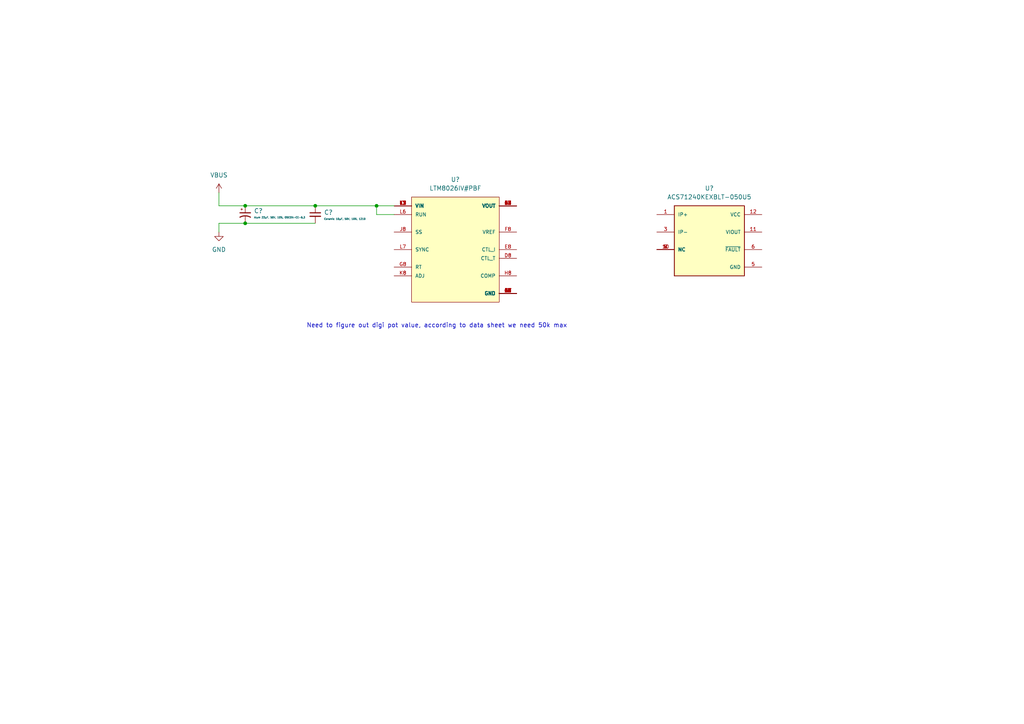
<source format=kicad_sch>
(kicad_sch (version 20211123) (generator eeschema)
  (paper "A4")
  (lib_symbols
    (symbol "ACS71240KEXBLT-050U5:ACS71240KEXBLT-050U5" (pin_names (offset 1.016))
      (property "Reference" "U" (at -10.16 10.668 0))
      (property "Value" "ACS71240KEXBLT-050U5" (at -10.16 -12.7 0))
      (symbol "ACS71240KEXBLT-050U5_0_0"
        (rectangle (start -10.16 -10.16) (end 10.16 10.16) (stroke (width 0.254)) (fill (type background)))
        (pin input line (at -15.24 7.62 0) (length 5.08) (name "IP+") (number "1"))
        (pin passive line (at -15.24 -2.54 0) (length 5.08) (name "NC") (number "10"))
        (pin output line (at 15.24 2.54 180) (length 5.08) (name "VIOUT") (number "11"))
        (pin power_in line (at 15.24 7.62 180) (length 5.08) (name "VCC") (number "12"))
        (pin input line (at -15.24 2.54 0) (length 5.08) (name "IP-") (number "3"))
        (pin power_in line (at 15.24 -7.62 180) (length 5.08) (name "GND") (number "5"))
        (pin passive line (at 15.24 -2.54 180) (length 5.08) (name "~{FAULT}") (number "6"))
        (pin passive line (at -15.24 -2.54 0) (length 5.08) (name "NC") (number "7"))
        (pin passive line (at -15.24 -2.54 0) (length 5.08) (name "NC") (number "8"))
        (pin passive line (at -15.24 -2.54 0) (length 5.08) (name "NC") (number "9"))
      )
    )
    (symbol "Device:C_Polarized_Small_US" (pin_numbers hide) (pin_names (offset 0.254) hide)
      (property "Reference" "C" (at 0.254 1.778 0))
      (property "Value" "C_Polarized_Small_US" (at 0.254 -2.032 0))
      (symbol "C_Polarized_Small_US_0_1"
        (polyline (pts (xy -1.524 0.508) (xy 1.524 0.508)) (stroke (width 0.3048)))
        (polyline (pts (xy -1.27 1.524) (xy -0.762 1.524)))
        (polyline (pts (xy -1.016 1.27) (xy -1.016 1.778)))
        (arc (start 1.524 -0.762) (mid 0 -0.3734) (end -1.524 -0.762) (stroke (width 0.3048)))
      )
      (symbol "C_Polarized_Small_US_1_1"
        (pin passive line (at 0 2.54 270) (length 2.032) (name "~") (number "1"))
        (pin passive line (at 0 -2.54 90) (length 2.032) (name "~") (number "2"))
      )
    )
    (symbol "Device:C_Small" (pin_numbers hide) (pin_names (offset 0.254) hide)
      (property "Reference" "C" (at 0.254 1.778 0))
      (property "Value" "C_Small" (at 0.254 -2.032 0))
      (symbol "C_Small_0_1"
        (polyline (pts (xy -1.524 -0.508) (xy 1.524 -0.508)) (stroke (width 0.3302)))
        (polyline (pts (xy -1.524 0.508) (xy 1.524 0.508)) (stroke (width 0.3048)))
      )
      (symbol "C_Small_1_1"
        (pin passive line (at 0 2.54 270) (length 2.032) (name "~") (number "1"))
        (pin passive line (at 0 -2.54 90) (length 2.032) (name "~") (number "2"))
      )
    )
    (symbol "LTM8026IV_PBF:LTM8026IV#PBF" (pin_names (offset 1.016))
      (property "Reference" "U" (at -12.7 16.002 0))
      (property "Value" "LTM8026IV#PBF" (at -12.7 -17.78 0))
      (symbol "LTM8026IV#PBF_0_0"
        (rectangle (start -12.7 -15.24) (end 12.7 15.24) (stroke (width 0.1524)) (fill (type background)))
        (pin output line (at 17.78 12.7 180) (length 5.08) (name "VOUT") (number "A1"))
        (pin output line (at 17.78 12.7 180) (length 5.08) (name "VOUT") (number "A2"))
        (pin output line (at 17.78 12.7 180) (length 5.08) (name "VOUT") (number "A3"))
        (pin output line (at 17.78 12.7 180) (length 5.08) (name "VOUT") (number "A4"))
        (pin power_in line (at 17.78 -12.7 180) (length 5.08) (name "GND") (number "A5"))
        (pin power_in line (at 17.78 -12.7 180) (length 5.08) (name "GND") (number "A6"))
        (pin power_in line (at 17.78 -12.7 180) (length 5.08) (name "GND") (number "A7"))
        (pin power_in line (at 17.78 -12.7 180) (length 5.08) (name "GND") (number "A8"))
        (pin output line (at 17.78 12.7 180) (length 5.08) (name "VOUT") (number "B1"))
        (pin output line (at 17.78 12.7 180) (length 5.08) (name "VOUT") (number "B2"))
        (pin output line (at 17.78 12.7 180) (length 5.08) (name "VOUT") (number "B3"))
        (pin output line (at 17.78 12.7 180) (length 5.08) (name "VOUT") (number "B4"))
        (pin power_in line (at 17.78 -12.7 180) (length 5.08) (name "GND") (number "B5"))
        (pin power_in line (at 17.78 -12.7 180) (length 5.08) (name "GND") (number "B6"))
        (pin power_in line (at 17.78 -12.7 180) (length 5.08) (name "GND") (number "B7"))
        (pin power_in line (at 17.78 -12.7 180) (length 5.08) (name "GND") (number "B8"))
        (pin output line (at 17.78 12.7 180) (length 5.08) (name "VOUT") (number "C1"))
        (pin output line (at 17.78 12.7 180) (length 5.08) (name "VOUT") (number "C2"))
        (pin output line (at 17.78 12.7 180) (length 5.08) (name "VOUT") (number "C3"))
        (pin output line (at 17.78 12.7 180) (length 5.08) (name "VOUT") (number "C4"))
        (pin power_in line (at 17.78 -12.7 180) (length 5.08) (name "GND") (number "C5"))
        (pin power_in line (at 17.78 -12.7 180) (length 5.08) (name "GND") (number "C6"))
        (pin power_in line (at 17.78 -12.7 180) (length 5.08) (name "GND") (number "C7"))
        (pin power_in line (at 17.78 -12.7 180) (length 5.08) (name "GND") (number "C8"))
        (pin output line (at 17.78 12.7 180) (length 5.08) (name "VOUT") (number "D1"))
        (pin output line (at 17.78 12.7 180) (length 5.08) (name "VOUT") (number "D2"))
        (pin output line (at 17.78 12.7 180) (length 5.08) (name "VOUT") (number "D3"))
        (pin output line (at 17.78 12.7 180) (length 5.08) (name "VOUT") (number "D4"))
        (pin power_in line (at 17.78 -12.7 180) (length 5.08) (name "GND") (number "D5"))
        (pin power_in line (at 17.78 -12.7 180) (length 5.08) (name "GND") (number "D6"))
        (pin power_in line (at 17.78 -12.7 180) (length 5.08) (name "GND") (number "D7"))
        (pin passive line (at 17.78 -2.54 180) (length 5.08) (name "CTL_T") (number "D8"))
        (pin power_in line (at 17.78 -12.7 180) (length 5.08) (name "GND") (number "E1"))
        (pin power_in line (at 17.78 -12.7 180) (length 5.08) (name "GND") (number "E2"))
        (pin power_in line (at 17.78 -12.7 180) (length 5.08) (name "GND") (number "E3"))
        (pin power_in line (at 17.78 -12.7 180) (length 5.08) (name "GND") (number "E4"))
        (pin power_in line (at 17.78 -12.7 180) (length 5.08) (name "GND") (number "E5"))
        (pin power_in line (at 17.78 -12.7 180) (length 5.08) (name "GND") (number "E6"))
        (pin power_in line (at 17.78 -12.7 180) (length 5.08) (name "GND") (number "E7"))
        (pin passive line (at 17.78 0 180) (length 5.08) (name "CTL_I") (number "E8"))
        (pin power_in line (at 17.78 -12.7 180) (length 5.08) (name "GND") (number "F1"))
        (pin power_in line (at 17.78 -12.7 180) (length 5.08) (name "GND") (number "F2"))
        (pin power_in line (at 17.78 -12.7 180) (length 5.08) (name "GND") (number "F3"))
        (pin power_in line (at 17.78 -12.7 180) (length 5.08) (name "GND") (number "F4"))
        (pin power_in line (at 17.78 -12.7 180) (length 5.08) (name "GND") (number "F5"))
        (pin power_in line (at 17.78 -12.7 180) (length 5.08) (name "GND") (number "F6"))
        (pin power_in line (at 17.78 -12.7 180) (length 5.08) (name "GND") (number "F7"))
        (pin bidirectional line (at 17.78 5.08 180) (length 5.08) (name "VREF") (number "F8"))
        (pin power_in line (at 17.78 -12.7 180) (length 5.08) (name "GND") (number "G1"))
        (pin power_in line (at 17.78 -12.7 180) (length 5.08) (name "GND") (number "G2"))
        (pin power_in line (at 17.78 -12.7 180) (length 5.08) (name "GND") (number "G3"))
        (pin power_in line (at 17.78 -12.7 180) (length 5.08) (name "GND") (number "G4"))
        (pin power_in line (at 17.78 -12.7 180) (length 5.08) (name "GND") (number "G5"))
        (pin power_in line (at 17.78 -12.7 180) (length 5.08) (name "GND") (number "G6"))
        (pin power_in line (at 17.78 -12.7 180) (length 5.08) (name "GND") (number "G7"))
        (pin input line (at -17.78 -5.08 0) (length 5.08) (name "RT") (number "G8"))
        (pin power_in line (at 17.78 -12.7 180) (length 5.08) (name "GND") (number "H5"))
        (pin power_in line (at 17.78 -12.7 180) (length 5.08) (name "GND") (number "H6"))
        (pin power_in line (at 17.78 -12.7 180) (length 5.08) (name "GND") (number "H7"))
        (pin passive line (at 17.78 -7.62 180) (length 5.08) (name "COMP") (number "H8"))
        (pin input line (at -17.78 12.7 0) (length 5.08) (name "VIN") (number "J1"))
        (pin input line (at -17.78 12.7 0) (length 5.08) (name "VIN") (number "J2"))
        (pin input line (at -17.78 12.7 0) (length 5.08) (name "VIN") (number "J3"))
        (pin power_in line (at 17.78 -12.7 180) (length 5.08) (name "GND") (number "J5"))
        (pin power_in line (at 17.78 -12.7 180) (length 5.08) (name "GND") (number "J6"))
        (pin power_in line (at 17.78 -12.7 180) (length 5.08) (name "GND") (number "J7"))
        (pin input line (at -17.78 5.08 0) (length 5.08) (name "SS") (number "J8"))
        (pin input line (at -17.78 12.7 0) (length 5.08) (name "VIN") (number "K1"))
        (pin input line (at -17.78 12.7 0) (length 5.08) (name "VIN") (number "K2"))
        (pin input line (at -17.78 12.7 0) (length 5.08) (name "VIN") (number "K3"))
        (pin power_in line (at 17.78 -12.7 180) (length 5.08) (name "GND") (number "K5"))
        (pin power_in line (at 17.78 -12.7 180) (length 5.08) (name "GND") (number "K6"))
        (pin power_in line (at 17.78 -12.7 180) (length 5.08) (name "GND") (number "K7"))
        (pin input line (at -17.78 -7.62 0) (length 5.08) (name "ADJ") (number "K8"))
        (pin input line (at -17.78 12.7 0) (length 5.08) (name "VIN") (number "L1"))
        (pin input line (at -17.78 12.7 0) (length 5.08) (name "VIN") (number "L2"))
        (pin input line (at -17.78 12.7 0) (length 5.08) (name "VIN") (number "L3"))
        (pin power_in line (at 17.78 -12.7 180) (length 5.08) (name "GND") (number "L5"))
        (pin input line (at -17.78 10.16 0) (length 5.08) (name "RUN") (number "L6"))
        (pin input line (at -17.78 0 0) (length 5.08) (name "SYNC") (number "L7"))
        (pin power_in line (at 17.78 -12.7 180) (length 5.08) (name "GND") (number "L8"))
      )
    )
    (symbol "power:GND" (power) (pin_names (offset 0))
      (property "Value" "GND" (at 0 -3.81 0))
      (symbol "GND_0_1"
        (polyline (pts (xy 0 0) (xy 0 -1.27) (xy 1.27 -1.27) (xy 0 -2.54) (xy -1.27 -1.27) (xy 0 -1.27)))
      )
      (symbol "GND_1_1"
        (pin power_in line (at 0 0 270) (length 0) hide (name "GND") (number "1"))
      )
    )
    (symbol "power:VBUS" (power) (pin_names (offset 0))
      (property "Value" "VBUS" (at 0 3.81 0))
      (symbol "VBUS_0_1"
        (polyline (pts (xy -0.762 1.27) (xy 0 2.54)))
        (polyline (pts (xy 0 0) (xy 0 2.54)))
        (polyline (pts (xy 0 2.54) (xy 0.762 1.27)))
      )
      (symbol "VBUS_1_1"
        (pin power_in line (at 0 0 90) (length 0) hide (name "VBUS") (number "1"))
      )
    )
  )
  (junction (at 109.22 59.69))
  (junction (at 91.44 59.69))
  (junction (at 71.12 59.69))
  (junction (at 71.12 64.77))
  (wire (pts (xy 71.12 59.69) (xy 63.5 59.69)))
  (wire (pts (xy 114.3 62.23) (xy 109.22 62.23)))
  (wire (pts (xy 109.22 59.69) (xy 114.3 59.69)))
  (wire (pts (xy 71.12 59.69) (xy 91.44 59.69)))
  (wire (pts (xy 91.44 59.69) (xy 109.22 59.69)))
  (wire (pts (xy 63.5 64.77) (xy 71.12 64.77)))
  (wire (pts (xy 63.5 59.69) (xy 63.5 55.88)))
  (wire (pts (xy 63.5 67.31) (xy 63.5 64.77)))
  (wire (pts (xy 71.12 64.77) (xy 91.44 64.77)))
  (wire (pts (xy 109.22 62.23) (xy 109.22 59.69)))
  (text "Need to figure out digi pot value, according to data sheet we need 50k max\n" (at 88.9 95.25 0) (effects (font (size 1.27 1.27)) (justify left bottom)))
  (symbol (lib_id "power:VBUS") (at 63.5 55.88 0) (unit 1)
    (property "Reference" "#PWR?" (effects hide))
    (property "Value" "VBUS" (at 63.5 50.8 0))
  )
  (symbol (lib_id "ACS71240KEXBLT-050U5:ACS71240KEXBLT-050U5") (at 205.74 69.85 0) (unit 1)
    (property "Reference" "U?" (at 205.74 54.61 0))
    (property "Value" "ACS71240KEXBLT-050U5" (at 205.74 57.15 0))
    (property "Footprint" "XDCR_ACS71240KEXBLT-050U5" (effects hide))
    (property "MAXIMUM_PACKAGE_HIEGHT" "0.8 MM" (effects hide))
    (property "MANUFACTURER" "Allegro MicroSystems" (effects hide))
    (property "PARTREV" "3" (effects hide))
    (property "STANDARD" "Manufacturer recommendations" (effects hide))
  )
  (symbol (lib_id "power:GND") (at 63.5 67.31 0) (unit 1)
    (property "Reference" "#PWR?" (effects hide))
    (property "Value" "GND" (at 63.5 72.39 0))
  )
  (symbol (lib_id "LTM8026IV_PBF:LTM8026IV#PBF") (at 132.08 72.39 0) (unit 1)
    (property "Reference" "U?" (at 132.08 52.07 0))
    (property "Value" "LTM8026IV#PBF" (at 132.08 54.61 0))
    (property "Footprint" "LGA81C127P8X11_1125X1500X292N" (effects hide))
    (property "STANDARD" "IPC-7351B" (effects hide))
    (property "MANUFACTURER" "Analog Devices" (effects hide))
    (property "PARTREV" "D" (effects hide))
  )
  (symbol (lib_id "Device:C_Small") (at 91.44 62.23 0) (unit 1)
    (property "Reference" "C?" (at 93.98 61.6012 0) (effects (justify left)))
    (property "Value" "Ceramic 10μF, 50V, 10%, 1210" (at 93.98 63.5063 0) (effects (font (size 0.5 0.5)) (justify left)))
  )
  (symbol (lib_id "Device:C_Polarized_Small_US") (at 71.12 62.23 0) (unit 1)
    (property "Reference" "C?" (at 73.66 61.1631 0) (effects (justify left)))
    (property "Value" "Alum 22μF, 50V, 10%, OSCON-CE-6.3" (at 73.66 63.0682 0) (effects (font (size 0.5 0.5)) (justify left)))
  )
)
</source>
